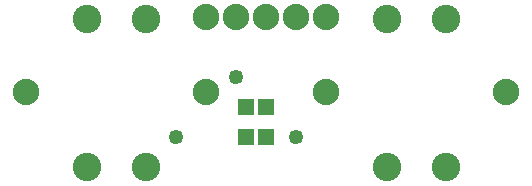
<source format=gts>
G04 MADE WITH FRITZING*
G04 WWW.FRITZING.ORG*
G04 DOUBLE SIDED*
G04 HOLES PLATED*
G04 CONTOUR ON CENTER OF CONTOUR VECTOR*
%ASAXBY*%
%FSLAX23Y23*%
%MOIN*%
%OFA0B0*%
%SFA1.0B1.0*%
%ADD10C,0.049370*%
%ADD11C,0.095000*%
%ADD12C,0.088000*%
%ADD13R,0.057244X0.053307*%
%LNMASK1*%
G90*
G70*
G54D10*
X573Y203D03*
X973Y203D03*
G54D11*
X1473Y596D03*
X1276Y596D03*
X1276Y103D03*
X1473Y103D03*
X1473Y596D03*
X1276Y596D03*
X1276Y103D03*
X1473Y103D03*
X473Y596D03*
X276Y596D03*
X276Y103D03*
X473Y103D03*
X473Y596D03*
X276Y596D03*
X276Y103D03*
X473Y103D03*
G54D10*
X773Y403D03*
G54D12*
X673Y603D03*
X773Y603D03*
X873Y603D03*
X973Y603D03*
X1073Y603D03*
X673Y353D03*
X73Y353D03*
X1073Y353D03*
X1673Y353D03*
G54D13*
X806Y203D03*
X873Y203D03*
X806Y303D03*
X873Y303D03*
G04 End of Mask1*
M02*
</source>
